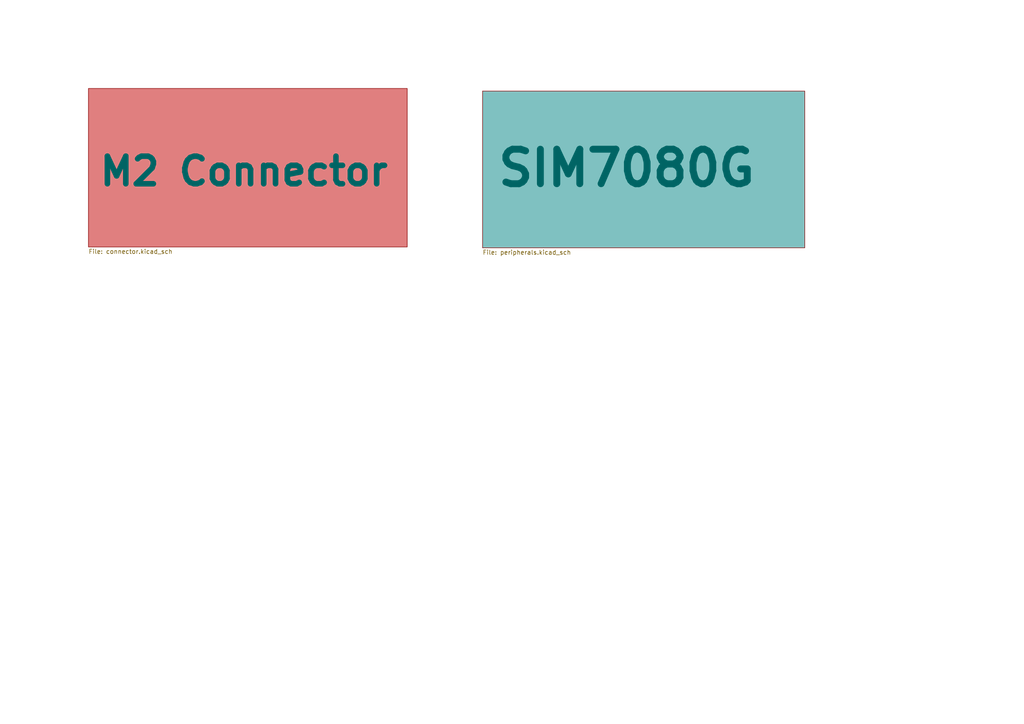
<source format=kicad_sch>
(kicad_sch
	(version 20231120)
	(generator "eeschema")
	(generator_version "8.0")
	(uuid "9e4c0f80-14bc-451b-8b05-b2f0d1a90e15")
	(paper "A4")
	(title_block
		(title "IoT Gateway")
		(date "2024-10-15")
		(rev "v0.1.0")
		(company "Abstract Machines")
		(comment 1 "Designed By: Rodney Osodo")
		(comment 2 "Approved By:")
	)
	(lib_symbols)
	(sheet
		(at 139.954 26.416)
		(size 93.472 45.466)
		(stroke
			(width 0.1524)
			(type solid)
		)
		(fill
			(color 0 132 132 0.5000)
		)
		(uuid "6cab89f1-e367-45d3-9508-6366c1d394b8")
		(property "Sheetname" "SIM7080G"
			(at 143.51 54.61 0)
			(effects
				(font
					(size 10 10)
					(thickness 2)
					(bold yes)
				)
				(justify left bottom)
			)
		)
		(property "Sheetfile" "peripherals.kicad_sch"
			(at 139.954 72.4666 0)
			(effects
				(font
					(size 1.27 1.27)
				)
				(justify left top)
			)
		)
		(instances
			(project "am-iot-gateway"
				(path "/9e4c0f80-14bc-451b-8b05-b2f0d1a90e15"
					(page "3")
				)
			)
		)
	)
	(sheet
		(at 25.654 25.654)
		(size 92.456 45.974)
		(stroke
			(width 0.1524)
			(type solid)
		)
		(fill
			(color 194 0 0 0.5000)
		)
		(uuid "83e4a99f-78ba-41d9-bb2e-d560aa576bd6")
		(property "Sheetname" "M2 Connector"
			(at 28.194 54.356 0)
			(effects
				(font
					(size 8 8)
					(bold yes)
				)
				(justify left bottom)
			)
		)
		(property "Sheetfile" "connector.kicad_sch"
			(at 25.654 72.2126 0)
			(effects
				(font
					(size 1.27 1.27)
				)
				(justify left top)
			)
		)
		(instances
			(project "am-iot-gateway"
				(path "/9e4c0f80-14bc-451b-8b05-b2f0d1a90e15"
					(page "2")
				)
			)
		)
	)
	(sheet_instances
		(path "/"
			(page "1")
		)
	)
)

</source>
